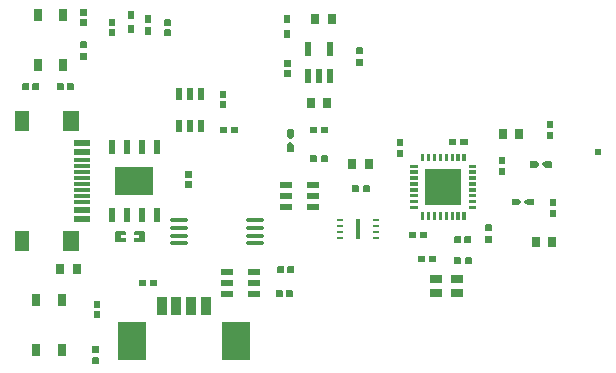
<source format=gtp>
G04 Layer: TopPasteMaskLayer*
G04 EasyEDA v6.5.34, 2023-10-27 16:27:23*
G04 808af14f2a724accbce3cd49f21b2442,3d03538306d245868c61186af2047e2d,10*
G04 Gerber Generator version 0.2*
G04 Scale: 100 percent, Rotated: No, Reflected: No *
G04 Dimensions in millimeters *
G04 leading zeros omitted , absolute positions ,4 integer and 5 decimal *
%FSLAX45Y45*%
%MOMM*%

%AMMACRO1*21,1,$1,$2,0,0,$3*%
%ADD10R,0.8000X0.9000*%
%ADD11MACRO1,1.6X0.8X90.0000*%
%ADD12MACRO1,3.2X2.3X90.0000*%
%ADD13R,1.0720X0.5320*%
%ADD14R,0.6000X0.7500*%
%ADD15O,1.499997X0.3999992*%
%ADD16R,0.7000X1.0000*%
%ADD17R,0.6000X1.2000*%
%ADD18R,3.3000X2.4000*%
%ADD19R,0.4900X1.1570*%
%ADD20R,0.4900X1.1750*%
%ADD21R,0.6000X1.1000*%
%ADD22R,0.6000X0.2800*%
%ADD23R,0.3000X1.7000*%
%ADD24R,1.4500X0.5500*%
%ADD25R,1.4500X0.3000*%
%ADD26R,1.4500X1.8000*%
%ADD27R,1.2000X1.8000*%
%ADD28R,1.1000X0.8000*%
%ADD29R,0.5000X0.5000*%
%ADD30R,0.0116X0.5000*%

%LPD*%
G36*
X2492400Y5920282D02*
G01*
X2487422Y5915304D01*
X2487422Y5870295D01*
X2492400Y5865317D01*
X2540406Y5865317D01*
X2547416Y5870295D01*
X2547416Y5915304D01*
X2540406Y5920282D01*
G37*
G36*
X2590393Y5920282D02*
G01*
X2583383Y5915304D01*
X2583383Y5870295D01*
X2590393Y5865317D01*
X2638399Y5865317D01*
X2643378Y5870295D01*
X2643378Y5915304D01*
X2638399Y5920282D01*
G37*
G36*
X4739995Y4998516D02*
G01*
X4735017Y4991506D01*
X4735017Y4943500D01*
X4739995Y4938522D01*
X4785004Y4938522D01*
X4789982Y4943500D01*
X4789982Y4991506D01*
X4785004Y4998516D01*
G37*
G36*
X4739995Y5094478D02*
G01*
X4735017Y5089499D01*
X4735017Y5041493D01*
X4739995Y5034483D01*
X4785004Y5034483D01*
X4789982Y5041493D01*
X4789982Y5089499D01*
X4785004Y5094478D01*
G37*
G36*
X5286095Y5214416D02*
G01*
X5281117Y5207406D01*
X5281117Y5159400D01*
X5286095Y5154422D01*
X5331104Y5154422D01*
X5336082Y5159400D01*
X5336082Y5207406D01*
X5331104Y5214416D01*
G37*
G36*
X5286095Y5310378D02*
G01*
X5281117Y5305399D01*
X5281117Y5257393D01*
X5286095Y5250383D01*
X5331104Y5250383D01*
X5336082Y5257393D01*
X5336082Y5305399D01*
X5331104Y5310378D01*
G37*
G36*
X4473600Y4815382D02*
G01*
X4468622Y4810404D01*
X4468622Y4765395D01*
X4473600Y4760417D01*
X4521606Y4760417D01*
X4528616Y4765395D01*
X4528616Y4810404D01*
X4521606Y4815382D01*
G37*
G36*
X4571593Y4815382D02*
G01*
X4564583Y4810404D01*
X4564583Y4765395D01*
X4571593Y4760417D01*
X4619599Y4760417D01*
X4624578Y4765395D01*
X4624578Y4810404D01*
X4619599Y4815382D01*
G37*
G36*
X4168800Y4828082D02*
G01*
X4163822Y4823104D01*
X4163822Y4778095D01*
X4168800Y4773117D01*
X4216806Y4773117D01*
X4223816Y4778095D01*
X4223816Y4823104D01*
X4216806Y4828082D01*
G37*
G36*
X4266793Y4828082D02*
G01*
X4259783Y4823104D01*
X4259783Y4778095D01*
X4266793Y4773117D01*
X4314799Y4773117D01*
X4319778Y4778095D01*
X4319778Y4823104D01*
X4314799Y4828082D01*
G37*
G36*
X5260695Y5970778D02*
G01*
X5255717Y5965799D01*
X5255717Y5917793D01*
X5260695Y5910783D01*
X5305704Y5910783D01*
X5310682Y5917793D01*
X5310682Y5965799D01*
X5305704Y5970778D01*
G37*
G36*
X5260695Y5874816D02*
G01*
X5255717Y5867806D01*
X5255717Y5819800D01*
X5260695Y5814822D01*
X5305704Y5814822D01*
X5310682Y5819800D01*
X5310682Y5867806D01*
X5305704Y5874816D01*
G37*
G36*
X4854295Y5665978D02*
G01*
X4849317Y5660999D01*
X4849317Y5612993D01*
X4854295Y5605983D01*
X4899304Y5605983D01*
X4904282Y5612993D01*
X4904282Y5660999D01*
X4899304Y5665978D01*
G37*
G36*
X4854295Y5570016D02*
G01*
X4849317Y5563006D01*
X4849317Y5515000D01*
X4854295Y5510022D01*
X4899304Y5510022D01*
X4904282Y5515000D01*
X4904282Y5563006D01*
X4899304Y5570016D01*
G37*
G36*
X3990695Y5722416D02*
G01*
X3985717Y5715406D01*
X3985717Y5667400D01*
X3990695Y5662422D01*
X4035704Y5662422D01*
X4040682Y5667400D01*
X4040682Y5715406D01*
X4035704Y5722416D01*
G37*
G36*
X3990695Y5818378D02*
G01*
X3985717Y5813399D01*
X3985717Y5765393D01*
X3990695Y5758383D01*
X4035704Y5758383D01*
X4040682Y5765393D01*
X4040682Y5813399D01*
X4035704Y5818378D01*
G37*
G36*
X4190593Y5031282D02*
G01*
X4183583Y5026304D01*
X4183583Y4981295D01*
X4190593Y4976317D01*
X4238599Y4976317D01*
X4243578Y4981295D01*
X4243578Y5026304D01*
X4238599Y5031282D01*
G37*
G36*
X4092600Y5031282D02*
G01*
X4087622Y5026304D01*
X4087622Y4981295D01*
X4092600Y4976317D01*
X4140606Y4976317D01*
X4147616Y4981295D01*
X4147616Y5026304D01*
X4140606Y5031282D01*
G37*
G36*
X4435500Y5818682D02*
G01*
X4430522Y5813704D01*
X4430522Y5768695D01*
X4435500Y5763717D01*
X4483506Y5763717D01*
X4490516Y5768695D01*
X4490516Y5813704D01*
X4483506Y5818682D01*
G37*
G36*
X4533493Y5818682D02*
G01*
X4526483Y5813704D01*
X4526483Y5768695D01*
X4533493Y5763717D01*
X4581499Y5763717D01*
X4586478Y5768695D01*
X4586478Y5813704D01*
X4581499Y5818682D01*
G37*
G36*
X1412595Y3969816D02*
G01*
X1407617Y3962806D01*
X1407617Y3914800D01*
X1412595Y3909822D01*
X1457604Y3909822D01*
X1462582Y3914800D01*
X1462582Y3962806D01*
X1457604Y3969816D01*
G37*
G36*
X1412595Y4065778D02*
G01*
X1407617Y4060799D01*
X1407617Y4012793D01*
X1412595Y4005783D01*
X1457604Y4005783D01*
X1462582Y4012793D01*
X1462582Y4060799D01*
X1457604Y4065778D01*
G37*
G36*
X3610000Y5424982D02*
G01*
X3605022Y5420004D01*
X3605022Y5374995D01*
X3610000Y5370017D01*
X3658006Y5370017D01*
X3665016Y5374995D01*
X3665016Y5420004D01*
X3658006Y5424982D01*
G37*
G36*
X3707993Y5424982D02*
G01*
X3700983Y5420004D01*
X3700983Y5374995D01*
X3707993Y5370017D01*
X3755999Y5370017D01*
X3760978Y5374995D01*
X3760978Y5420004D01*
X3755999Y5424982D01*
G37*
G36*
X3254400Y5678982D02*
G01*
X3249422Y5674004D01*
X3249422Y5628995D01*
X3254400Y5624017D01*
X3302406Y5624017D01*
X3309416Y5628995D01*
X3309416Y5674004D01*
X3302406Y5678982D01*
G37*
G36*
X3352393Y5678982D02*
G01*
X3345383Y5674004D01*
X3345383Y5628995D01*
X3352393Y5624017D01*
X3400399Y5624017D01*
X3405378Y5628995D01*
X3405378Y5674004D01*
X3400399Y5678982D01*
G37*
G36*
X3254400Y5920282D02*
G01*
X3249422Y5915304D01*
X3249422Y5870295D01*
X3254400Y5865317D01*
X3302406Y5865317D01*
X3309416Y5870295D01*
X3309416Y5915304D01*
X3302406Y5920282D01*
G37*
G36*
X3352393Y5920282D02*
G01*
X3345383Y5915304D01*
X3345383Y5870295D01*
X3352393Y5865317D01*
X3400399Y5865317D01*
X3405378Y5870295D01*
X3405378Y5915304D01*
X3400399Y5920282D01*
G37*
G36*
X3647795Y6497116D02*
G01*
X3642817Y6490106D01*
X3642817Y6442100D01*
X3647795Y6437122D01*
X3692804Y6437122D01*
X3697782Y6442100D01*
X3697782Y6490106D01*
X3692804Y6497116D01*
G37*
G36*
X3647795Y6593078D02*
G01*
X3642817Y6588099D01*
X3642817Y6540093D01*
X3647795Y6533083D01*
X3692804Y6533083D01*
X3697782Y6540093D01*
X3697782Y6588099D01*
X3692804Y6593078D01*
G37*
G36*
X1806600Y4624882D02*
G01*
X1801622Y4619904D01*
X1801622Y4574895D01*
X1806600Y4569917D01*
X1854606Y4569917D01*
X1861616Y4574895D01*
X1861616Y4619904D01*
X1854606Y4624882D01*
G37*
G36*
X1904593Y4624882D02*
G01*
X1897583Y4619904D01*
X1897583Y4574895D01*
X1904593Y4569917D01*
X1952599Y4569917D01*
X1957578Y4574895D01*
X1957578Y4619904D01*
X1952599Y4624882D01*
G37*
G36*
X3063087Y5897930D02*
G01*
X3059074Y5893917D01*
X3059074Y5844286D01*
X3077464Y5817412D01*
X3094736Y5817412D01*
X3113125Y5844286D01*
X3113125Y5893917D01*
X3109112Y5897930D01*
G37*
G36*
X3077464Y5790387D02*
G01*
X3059074Y5763514D01*
X3059074Y5713882D01*
X3063087Y5709869D01*
X3109112Y5709869D01*
X3113125Y5713882D01*
X3113125Y5763514D01*
X3094736Y5790387D01*
G37*
G36*
X5094986Y5310225D02*
G01*
X5068112Y5291836D01*
X5068112Y5274564D01*
X5094986Y5256174D01*
X5144617Y5256174D01*
X5148630Y5260187D01*
X5148630Y5306212D01*
X5144617Y5310225D01*
G37*
G36*
X4964582Y5310225D02*
G01*
X4960569Y5306212D01*
X4960569Y5260187D01*
X4964582Y5256174D01*
X5014214Y5256174D01*
X5041087Y5274564D01*
X5041087Y5291836D01*
X5014214Y5310225D01*
G37*
G36*
X5116982Y5627725D02*
G01*
X5112969Y5623712D01*
X5112969Y5577687D01*
X5116982Y5573674D01*
X5166614Y5573674D01*
X5193487Y5592064D01*
X5193487Y5609336D01*
X5166614Y5627725D01*
G37*
G36*
X5247386Y5627725D02*
G01*
X5220512Y5609336D01*
X5220512Y5592064D01*
X5247386Y5573674D01*
X5297017Y5573674D01*
X5301030Y5577687D01*
X5301030Y5623712D01*
X5297017Y5627725D01*
G37*
G36*
X1607718Y5036108D02*
G01*
X1602689Y5031079D01*
X1602689Y4951120D01*
X1607718Y4946091D01*
X1687677Y4946091D01*
X1692706Y4951120D01*
X1692706Y4973878D01*
X1655673Y4973878D01*
X1655673Y5006898D01*
X1692706Y5006898D01*
X1692706Y5031079D01*
X1687677Y5036108D01*
G37*
G36*
X1767687Y5036108D02*
G01*
X1762709Y5031079D01*
X1762709Y5006898D01*
X1800707Y5006898D01*
X1800707Y4973878D01*
X1762709Y4973878D01*
X1762709Y4951120D01*
X1767687Y4946091D01*
X1846681Y4946091D01*
X1851710Y4951120D01*
X1851710Y5031079D01*
X1846681Y5036108D01*
G37*
G36*
X3052826Y4535525D02*
G01*
X3048812Y4531512D01*
X3048812Y4485487D01*
X3052826Y4481474D01*
X3102864Y4481474D01*
X3106877Y4485487D01*
X3106877Y4531512D01*
X3102864Y4535525D01*
G37*
G36*
X2967736Y4535525D02*
G01*
X2963722Y4531512D01*
X2963722Y4485487D01*
X2967736Y4481474D01*
X3017774Y4481474D01*
X3021787Y4485487D01*
X3021787Y4531512D01*
X3017774Y4535525D01*
G37*
G36*
X2491587Y6218377D02*
G01*
X2487574Y6214364D01*
X2487574Y6164275D01*
X2491587Y6160312D01*
X2537612Y6160312D01*
X2541625Y6164275D01*
X2541625Y6214364D01*
X2537612Y6218377D01*
G37*
G36*
X2491587Y6133287D02*
G01*
X2487574Y6129324D01*
X2487574Y6079236D01*
X2491587Y6075222D01*
X2537612Y6075222D01*
X2541625Y6079236D01*
X2541625Y6129324D01*
X2537612Y6133287D01*
G37*
G36*
X4564126Y4992725D02*
G01*
X4560112Y4988712D01*
X4560112Y4942687D01*
X4564126Y4938674D01*
X4614164Y4938674D01*
X4618177Y4942687D01*
X4618177Y4988712D01*
X4614164Y4992725D01*
G37*
G36*
X4479036Y4992725D02*
G01*
X4475022Y4988712D01*
X4475022Y4942687D01*
X4479036Y4938674D01*
X4529074Y4938674D01*
X4533087Y4942687D01*
X4533087Y4988712D01*
X4529074Y4992725D01*
G37*
G36*
X1424787Y4440377D02*
G01*
X1420774Y4436364D01*
X1420774Y4386275D01*
X1424787Y4382312D01*
X1470812Y4382312D01*
X1474825Y4386275D01*
X1474825Y4436364D01*
X1470812Y4440377D01*
G37*
G36*
X1424787Y4355287D02*
G01*
X1420774Y4351324D01*
X1420774Y4301236D01*
X1424787Y4297222D01*
X1470812Y4297222D01*
X1474825Y4301236D01*
X1474825Y4351324D01*
X1470812Y4355287D01*
G37*
G36*
X906475Y6288125D02*
G01*
X902512Y6284112D01*
X902512Y6238087D01*
X906475Y6234074D01*
X956564Y6234074D01*
X960577Y6238087D01*
X960577Y6284112D01*
X956564Y6288125D01*
G37*
G36*
X821436Y6288125D02*
G01*
X817422Y6284112D01*
X817422Y6238087D01*
X821436Y6234074D01*
X871524Y6234074D01*
X875487Y6238087D01*
X875487Y6284112D01*
X871524Y6288125D01*
G37*
G36*
X1198575Y6288125D02*
G01*
X1194612Y6284112D01*
X1194612Y6238087D01*
X1198575Y6234074D01*
X1248664Y6234074D01*
X1252677Y6238087D01*
X1252677Y6284112D01*
X1248664Y6288125D01*
G37*
G36*
X1113536Y6288125D02*
G01*
X1109522Y6284112D01*
X1109522Y6238087D01*
X1113536Y6234074D01*
X1163624Y6234074D01*
X1167587Y6238087D01*
X1167587Y6284112D01*
X1163624Y6288125D01*
G37*
G36*
X3065526Y4738725D02*
G01*
X3061512Y4734712D01*
X3061512Y4688687D01*
X3065526Y4684674D01*
X3115564Y4684674D01*
X3119577Y4688687D01*
X3119577Y4734712D01*
X3115564Y4738725D01*
G37*
G36*
X2980436Y4738725D02*
G01*
X2976422Y4734712D01*
X2976422Y4688687D01*
X2980436Y4684674D01*
X3030474Y4684674D01*
X3034487Y4688687D01*
X3034487Y4734712D01*
X3030474Y4738725D01*
G37*
G36*
X1551787Y6827977D02*
G01*
X1547774Y6823964D01*
X1547774Y6773875D01*
X1551787Y6769912D01*
X1597812Y6769912D01*
X1601825Y6773875D01*
X1601825Y6823964D01*
X1597812Y6827977D01*
G37*
G36*
X1551787Y6742887D02*
G01*
X1547774Y6738924D01*
X1547774Y6688836D01*
X1551787Y6684822D01*
X1597812Y6684822D01*
X1601825Y6688836D01*
X1601825Y6738924D01*
X1597812Y6742887D01*
G37*
G36*
X2021687Y6742887D02*
G01*
X2017674Y6738924D01*
X2017674Y6688836D01*
X2021687Y6684822D01*
X2067712Y6684822D01*
X2071725Y6688836D01*
X2071725Y6738924D01*
X2067712Y6742887D01*
G37*
G36*
X2021687Y6827977D02*
G01*
X2017674Y6823964D01*
X2017674Y6773875D01*
X2021687Y6769912D01*
X2067712Y6769912D01*
X2071725Y6773875D01*
X2071725Y6823964D01*
X2067712Y6827977D01*
G37*
G36*
X2199487Y5460187D02*
G01*
X2195474Y5456224D01*
X2195474Y5406136D01*
X2199487Y5402122D01*
X2245512Y5402122D01*
X2249525Y5406136D01*
X2249525Y5456224D01*
X2245512Y5460187D01*
G37*
G36*
X2199487Y5545277D02*
G01*
X2195474Y5541264D01*
X2195474Y5491175D01*
X2199487Y5487212D01*
X2245512Y5487212D01*
X2249525Y5491175D01*
X2249525Y5541264D01*
X2245512Y5545277D01*
G37*
G36*
X3037687Y6485077D02*
G01*
X3033674Y6481064D01*
X3033674Y6430975D01*
X3037687Y6427012D01*
X3083712Y6427012D01*
X3087725Y6430975D01*
X3087725Y6481064D01*
X3083712Y6485077D01*
G37*
G36*
X3037687Y6399987D02*
G01*
X3033674Y6396024D01*
X3033674Y6345936D01*
X3037687Y6341922D01*
X3083712Y6341922D01*
X3087725Y6345936D01*
X3087725Y6396024D01*
X3083712Y6399987D01*
G37*
G36*
X4229506Y5562193D02*
G01*
X4229506Y5258206D01*
X4533493Y5258206D01*
X4533493Y5562193D01*
G37*
G36*
X4596739Y5249214D02*
G01*
X4596739Y5221173D01*
X4661763Y5221173D01*
X4661763Y5249214D01*
G37*
G36*
X4596739Y5299202D02*
G01*
X4596739Y5271211D01*
X4661763Y5271211D01*
X4661763Y5299202D01*
G37*
G36*
X4596739Y5349189D02*
G01*
X4596739Y5321198D01*
X4661763Y5321198D01*
X4661763Y5349189D01*
G37*
G36*
X4596739Y5399227D02*
G01*
X4596739Y5371185D01*
X4661763Y5371185D01*
X4661763Y5399227D01*
G37*
G36*
X4596739Y5449214D02*
G01*
X4596739Y5421172D01*
X4661763Y5421172D01*
X4661763Y5449214D01*
G37*
G36*
X4596739Y5499201D02*
G01*
X4596739Y5471210D01*
X4661763Y5471210D01*
X4661763Y5499201D01*
G37*
G36*
X4596739Y5549188D02*
G01*
X4596739Y5521198D01*
X4661763Y5521198D01*
X4661763Y5549188D01*
G37*
G36*
X4596739Y5599226D02*
G01*
X4596739Y5571185D01*
X4661763Y5571185D01*
X4661763Y5599226D01*
G37*
G36*
X4542485Y5690463D02*
G01*
X4542485Y5625439D01*
X4570526Y5625439D01*
X4570526Y5690463D01*
G37*
G36*
X4492498Y5690463D02*
G01*
X4492498Y5625439D01*
X4520488Y5625439D01*
X4520488Y5690463D01*
G37*
G36*
X4442510Y5690463D02*
G01*
X4442510Y5625439D01*
X4470501Y5625439D01*
X4470501Y5690463D01*
G37*
G36*
X4392472Y5690463D02*
G01*
X4392472Y5625439D01*
X4420514Y5625439D01*
X4420514Y5690463D01*
G37*
G36*
X4342485Y5690463D02*
G01*
X4342485Y5625439D01*
X4370527Y5625439D01*
X4370527Y5690463D01*
G37*
G36*
X4292498Y5690463D02*
G01*
X4292498Y5625439D01*
X4320489Y5625439D01*
X4320489Y5690463D01*
G37*
G36*
X4242511Y5690463D02*
G01*
X4242511Y5625439D01*
X4270502Y5625439D01*
X4270502Y5690463D01*
G37*
G36*
X4192473Y5690463D02*
G01*
X4192473Y5625439D01*
X4220514Y5625439D01*
X4220514Y5690463D01*
G37*
G36*
X4101236Y5599226D02*
G01*
X4101236Y5571185D01*
X4166260Y5571185D01*
X4166260Y5599226D01*
G37*
G36*
X4101236Y5549188D02*
G01*
X4101236Y5521198D01*
X4166260Y5521198D01*
X4166260Y5549188D01*
G37*
G36*
X4101236Y5499201D02*
G01*
X4101236Y5471210D01*
X4166260Y5471210D01*
X4166260Y5499201D01*
G37*
G36*
X4101236Y5449214D02*
G01*
X4101236Y5421172D01*
X4166260Y5421172D01*
X4166260Y5449214D01*
G37*
G36*
X4101236Y5399227D02*
G01*
X4101236Y5371185D01*
X4166260Y5371185D01*
X4166260Y5399227D01*
G37*
G36*
X4101236Y5349189D02*
G01*
X4101236Y5321198D01*
X4166260Y5321198D01*
X4166260Y5349189D01*
G37*
G36*
X4101236Y5299202D02*
G01*
X4101236Y5271211D01*
X4166260Y5271211D01*
X4166260Y5299202D01*
G37*
G36*
X4101236Y5249214D02*
G01*
X4101236Y5221173D01*
X4166260Y5221173D01*
X4166260Y5249214D01*
G37*
G36*
X4192473Y5194960D02*
G01*
X4192473Y5129936D01*
X4220514Y5129936D01*
X4220514Y5194960D01*
G37*
G36*
X4242511Y5194960D02*
G01*
X4242511Y5129936D01*
X4270502Y5129936D01*
X4270502Y5194960D01*
G37*
G36*
X4292498Y5194960D02*
G01*
X4292498Y5129936D01*
X4320489Y5129936D01*
X4320489Y5194960D01*
G37*
G36*
X4342485Y5194960D02*
G01*
X4342485Y5129936D01*
X4370527Y5129936D01*
X4370527Y5194960D01*
G37*
G36*
X4392472Y5194960D02*
G01*
X4392472Y5129936D01*
X4420514Y5129936D01*
X4420514Y5194960D01*
G37*
G36*
X4442510Y5194960D02*
G01*
X4442510Y5129936D01*
X4470501Y5129936D01*
X4470501Y5194960D01*
G37*
G36*
X4492498Y5194960D02*
G01*
X4492498Y5129936D01*
X4520488Y5129936D01*
X4520488Y5194960D01*
G37*
G36*
X4542485Y5194960D02*
G01*
X4542485Y5129936D01*
X4570526Y5129936D01*
X4570526Y5194960D01*
G37*
G36*
X1856587Y6864451D02*
G01*
X1852574Y6860438D01*
X1852574Y6802577D01*
X1856587Y6798614D01*
X1902612Y6798614D01*
X1906625Y6802577D01*
X1906625Y6860438D01*
X1902612Y6864451D01*
G37*
G36*
X1856587Y6764985D02*
G01*
X1852574Y6761022D01*
X1852574Y6703161D01*
X1856587Y6699148D01*
X1902612Y6699148D01*
X1906625Y6703161D01*
X1906625Y6761022D01*
X1902612Y6764985D01*
G37*
G36*
X1310995Y6547916D02*
G01*
X1306017Y6540906D01*
X1306017Y6492900D01*
X1310995Y6487922D01*
X1356004Y6487922D01*
X1360982Y6492900D01*
X1360982Y6540906D01*
X1356004Y6547916D01*
G37*
G36*
X1310995Y6643878D02*
G01*
X1306017Y6638899D01*
X1306017Y6590893D01*
X1310995Y6583883D01*
X1356004Y6583883D01*
X1360982Y6590893D01*
X1360982Y6638899D01*
X1356004Y6643878D01*
G37*
G36*
X1310487Y6916877D02*
G01*
X1306474Y6912864D01*
X1306474Y6862775D01*
X1310487Y6858812D01*
X1356512Y6858812D01*
X1360525Y6862775D01*
X1360525Y6912864D01*
X1356512Y6916877D01*
G37*
G36*
X1310487Y6831787D02*
G01*
X1306474Y6827824D01*
X1306474Y6777736D01*
X1310487Y6773722D01*
X1356512Y6773722D01*
X1360525Y6777736D01*
X1360525Y6827824D01*
X1356512Y6831787D01*
G37*
D10*
G01*
X1136497Y4711700D03*
G01*
X1276502Y4711700D03*
G01*
X3397402Y6121400D03*
G01*
X3257397Y6121400D03*
G01*
X3435502Y6832600D03*
G01*
X3295497Y6832600D03*
G01*
X5302402Y4940305D03*
G01*
X5162397Y4940305D03*
G01*
X5023002Y5854700D03*
G01*
X4882997Y5854700D03*
G01*
X3751275Y5600700D03*
G01*
X3611270Y5600700D03*
D11*
G01*
X1996904Y4399500D03*
G01*
X2121903Y4399500D03*
G01*
X2246904Y4399500D03*
G01*
X2371905Y4399500D03*
D12*
G01*
X2626895Y4109509D03*
G01*
X1741909Y4109509D03*
D13*
G01*
X3277209Y5239004D03*
G01*
X3277209Y5334000D03*
G01*
X3277209Y5428995D03*
G01*
X3047390Y5428995D03*
G01*
X3047390Y5334000D03*
G01*
X3047390Y5239004D03*
G01*
X2781909Y4502404D03*
G01*
X2781909Y4597400D03*
G01*
X2781909Y4692395D03*
G01*
X2552090Y4692395D03*
G01*
X2552090Y4597400D03*
G01*
X2552090Y4502404D03*
D14*
G01*
X1739900Y6744893D03*
G01*
X1739900Y6869506D03*
G01*
X3060700Y6831406D03*
G01*
X3060700Y6706793D03*
D15*
G01*
X2143759Y5126736D03*
G01*
X2143759Y5061712D03*
G01*
X2143759Y4996687D03*
G01*
X2143759Y4931663D03*
G01*
X2783840Y5126736D03*
G01*
X2783840Y5061712D03*
G01*
X2783840Y4996687D03*
G01*
X2783840Y4931663D03*
D16*
G01*
X1148892Y4028236D03*
G01*
X1148892Y4455363D03*
G01*
X933907Y4455363D03*
G01*
X933907Y4028236D03*
D17*
G01*
X1574800Y5170170D03*
G01*
X1701800Y5170170D03*
G01*
X1828800Y5170170D03*
G01*
X1955800Y5170170D03*
G01*
X1955800Y5751829D03*
G01*
X1828800Y5751829D03*
G01*
X1701800Y5751829D03*
G01*
X1574800Y5751829D03*
D18*
G01*
X1765300Y5461000D03*
D19*
G01*
X3232404Y6348933D03*
G01*
X3327400Y6348933D03*
G01*
X3422395Y6348933D03*
D20*
G01*
X3422395Y6579666D03*
G01*
X3232404Y6579666D03*
D21*
G01*
X2330195Y5922898D03*
G01*
X2235200Y5922898D03*
G01*
X2140204Y5922898D03*
G01*
X2140204Y6192901D03*
G01*
X2235200Y6192901D03*
G01*
X2330195Y6192901D03*
D22*
G01*
X3506876Y5129606D03*
G01*
X3506876Y5079593D03*
G01*
X3506876Y5029606D03*
G01*
X3506876Y4979593D03*
G01*
X3808349Y5129606D03*
G01*
X3808349Y5079593D03*
G01*
X3808349Y5029606D03*
G01*
X3808349Y4979593D03*
D23*
G01*
X3657600Y5054600D03*
D24*
G01*
X1321536Y5783503D03*
G01*
X1321536Y5705982D03*
D25*
G01*
X1321562Y5636005D03*
G01*
X1320037Y5587009D03*
G01*
X1321562Y5536006D03*
G01*
X1321562Y5485993D03*
G01*
X1321562Y5436006D03*
G01*
X1321562Y5385993D03*
G01*
X1321562Y5336006D03*
G01*
X1321562Y5285994D03*
D24*
G01*
X1321536Y5215991D03*
G01*
X1321536Y5138978D03*
D26*
G01*
X1230045Y5968009D03*
G01*
X1230045Y4954015D03*
D27*
G01*
X812037Y5968009D03*
G01*
X812037Y4954015D03*
D28*
G01*
X4496892Y4514519D03*
G01*
X4496892Y4629505D03*
G01*
X4316907Y4629480D03*
G01*
X4316907Y4514494D03*
D29*
G01*
X5694197Y5709005D03*
D16*
G01*
X1161592Y6441236D03*
G01*
X1161592Y6868363D03*
G01*
X946607Y6868363D03*
G01*
X946607Y6441236D03*
M02*

</source>
